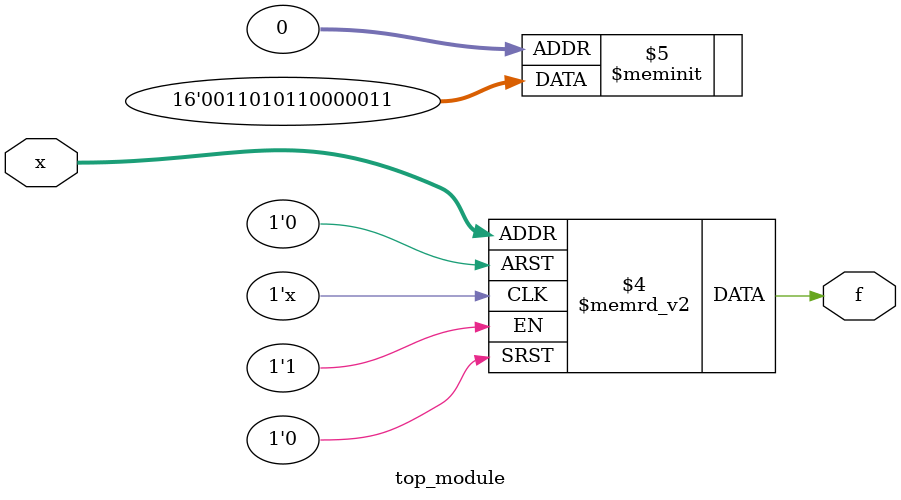
<source format=sv>
module top_module (
    input [4:1] x,
    output logic f
);

always_comb begin
    case ({x[4], x[3], x[2], x[1]})
        4'b0000: f = 1'b1;
        4'b0001: f = 1'b1;
        4'b0010: f = 1'b0;
        4'b0011: f = 1'b0;
        4'b0100: f = 1'b0;
        4'b0101: f = 1'b0;
        4'b0110: f = 1'b0;
        4'b0111: f = 1'b1;
        4'b1000: f = 1'b1;
        4'b1001: f = 1'b0;
        4'b1010: f = 1'b1;
        4'b1011: f = 1'b0;
        4'b1100: f = 1'b1;
        4'b1101: f = 1'b1;
        4'b1110: f = 1'b0;
        4'b1111: f = 1'b0;
    endcase
end

endmodule

</source>
